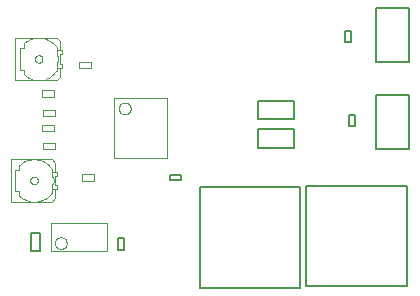
<source format=gbr>
%FSTAX23Y23*%
%MOIN*%
%SFA1B1*%

%IPPOS*%
%ADD11C,0.007874*%
%ADD43C,0.003937*%
%LNmtr_dvr_pcb_top_3d_body-1*%
%LPD*%
G54D11*
X04852Y02427D02*
Y02762D01*
X05187*
Y02427D02*
Y02762D01*
X04852Y02427D02*
X05187D01*
X04497Y02422D02*
Y02757D01*
X04832*
Y02422D02*
Y02757D01*
X04497Y02422D02*
X04832D01*
X03965Y02543D02*
Y02606D01*
X03934Y02543D02*
X03965D01*
X03934D02*
Y02606D01*
X03965*
X04244Y02548D02*
Y02588D01*
X04225Y02548D02*
X04244D01*
X04225D02*
Y02588D01*
X04244*
X04396Y0278D02*
Y02799D01*
Y0278D02*
X04435D01*
Y02799*
X04396D02*
X04435D01*
X04689Y02889D02*
Y0295D01*
Y02889D02*
X0481D01*
Y0295*
X04689D02*
X0481D01*
X04689Y02984D02*
Y03045D01*
Y02984D02*
X0481D01*
Y03045*
X04689D02*
X0481D01*
X05194Y03174D02*
Y03355D01*
X05085Y03174D02*
X05194D01*
X05085D02*
Y03355D01*
X05194*
X04999Y0324D02*
Y03279D01*
X0498Y0324D02*
X04999D01*
X0498D02*
Y03279D01*
X04999*
X05194Y02884D02*
Y03065D01*
X05085Y02884D02*
X05194D01*
X05085D02*
Y03065D01*
X05194*
X05014Y0296D02*
Y02999D01*
X04995Y0296D02*
X05014D01*
X04995D02*
Y02999D01*
X05014*
G54D43*
X03895Y02729D02*
D01*
X03899Y02725*
X03903Y02722*
X03907Y02719*
X03911Y02717*
X03916Y02715*
X0392Y02713*
X03925Y02711*
X0393Y0271*
X03935Y02709*
X0394Y02709*
X03945Y02709*
X03949Y02709*
X03954Y02709*
X03959Y0271*
X03964Y02711*
X03969Y02713*
X03973Y02715*
X03978Y02717*
X03982Y02719*
X03986Y02722*
X0399Y02725*
X03994Y02729*
X03997Y02732*
X04Y02736*
X04003Y0274*
X04004Y02741*
Y02766D02*
D01*
X04005Y02767*
X04006Y02768*
X04007Y02769*
X04007Y0277*
X04008Y02771*
X04009Y02773*
X04009Y02774*
X04009Y02775*
X0401Y02776*
X0401Y02778*
X0401Y02779*
X0401Y02781*
X0401Y02782*
X04009Y02783*
X04009Y02785*
X04009Y02786*
X04008Y02787*
X04008Y02788*
X04007Y0279*
X04006Y02791*
X04005Y02792*
X04005Y02793*
X04004Y02793*
X03945Y02767D02*
D01*
X03945Y02767*
X03946Y02767*
X03947Y02767*
X03948Y02767*
X03949Y02768*
X0395Y02768*
X0395Y02768*
X03951Y02769*
X03952Y02769*
X03953Y0277*
X03953Y02771*
X03954Y02771*
X03954Y02772*
X03955Y02773*
X03955Y02773*
X03956Y02774*
X03956Y02775*
X03956Y02776*
X03957Y02776*
X03957Y02777*
X03957Y02778*
X03957Y02779*
Y0278*
X03957Y02781*
X03957Y02782*
X03957Y02783*
X03956Y02783*
X03956Y02784*
X03956Y02785*
X03955Y02786*
X03955Y02786*
X03954Y02787*
X03954Y02788*
X03953Y02788*
X03953Y02789*
X03952Y0279*
X03951Y0279*
X0395Y02791*
X0395Y02791*
X03949Y02791*
X03948Y02792*
X03947Y02792*
X03946Y02792*
X03945Y02792*
X03945Y02792*
D01*
X03944Y02792*
X03943Y02792*
X03942Y02792*
X03941Y02792*
X0394Y02791*
X03939Y02791*
X03939Y02791*
X03938Y0279*
X03937Y0279*
X03936Y02789*
X03936Y02788*
X03935Y02788*
X03935Y02787*
X03934Y02786*
X03934Y02786*
X03933Y02785*
X03933Y02784*
X03933Y02783*
X03932Y02783*
X03932Y02782*
X03932Y02781*
X03932Y0278*
Y02779*
X03932Y02778*
X03932Y02777*
X03932Y02776*
X03933Y02776*
X03933Y02775*
X03933Y02774*
X03934Y02773*
X03934Y02773*
X03935Y02772*
X03935Y02771*
X03936Y02771*
X03936Y0277*
X03937Y02769*
X03938Y02769*
X03939Y02768*
X03939Y02768*
X0394Y02768*
X03941Y02767*
X03942Y02767*
X03943Y02767*
X03944Y02767*
X03945Y02767*
X04004Y02818D02*
D01*
X04001Y02822*
X03998Y02826*
X03995Y02829*
X03991Y02833*
X03987Y02836*
X03983Y02839*
X03979Y02841*
X03975Y02844*
X0397Y02846*
X03966Y02847*
X03961Y02848*
X03956Y02849*
X03951Y0285*
X03946Y0285*
X03941Y0285*
X03936Y0285*
X03931Y02849*
X03927Y02848*
X03922Y02847*
X03917Y02845*
X03913Y02843*
X03908Y0284*
X03904Y02838*
X039Y02835*
X03896Y02832*
X03895Y0283*
X04053Y02571D02*
D01*
X04053Y02572*
X04053Y02573*
X04053Y02575*
X04052Y02576*
X04052Y02577*
X04051Y02579*
X04051Y0258*
X0405Y02581*
X04049Y02582*
X04049Y02583*
X04048Y02584*
X04047Y02585*
X04046Y02586*
X04044Y02587*
X04043Y02588*
X04042Y02588*
X04041Y02589*
X0404Y02589*
X04038Y0259*
X04037Y0259*
X04035Y0259*
X04034Y0259*
X04033*
X04031Y0259*
X0403Y0259*
X04029Y0259*
X04027Y02589*
X04026Y02589*
X04025Y02588*
X04024Y02588*
X04022Y02587*
X04021Y02586*
X0402Y02585*
X04019Y02584*
X04018Y02583*
X04018Y02582*
X04017Y02581*
X04016Y0258*
X04015Y02579*
X04015Y02577*
X04015Y02576*
X04014Y02575*
X04014Y02573*
X04014Y02572*
X04014Y02571*
X04014Y02569*
X04014Y02568*
X04014Y02567*
X04015Y02565*
X04015Y02564*
X04015Y02563*
X04016Y02561*
X04017Y0256*
X04018Y02559*
X04018Y02558*
X04019Y02557*
X0402Y02556*
X04021Y02555*
X04022Y02554*
X04024Y02554*
X04025Y02553*
X04026Y02552*
X04027Y02552*
X04029Y02552*
X0403Y02551*
X04031Y02551*
X04033Y02551*
X04034*
X04035Y02551*
X04037Y02551*
X04038Y02552*
X0404Y02552*
X04041Y02552*
X04042Y02553*
X04043Y02554*
X04044Y02554*
X04046Y02555*
X04047Y02556*
X04048Y02557*
X04049Y02558*
X04049Y02559*
X0405Y0256*
X04051Y02561*
X04051Y02563*
X04052Y02564*
X04052Y02565*
X04053Y02567*
X04053Y02568*
X04053Y02569*
X04053Y02571*
X0391Y03134D02*
D01*
X03914Y0313*
X03918Y03127*
X03922Y03124*
X03926Y03122*
X03931Y0312*
X03935Y03118*
X0394Y03116*
X03945Y03115*
X0395Y03114*
X03955Y03114*
X0396Y03114*
X03964Y03114*
X03969Y03114*
X03974Y03115*
X03979Y03116*
X03984Y03118*
X03988Y0312*
X03993Y03122*
X03997Y03124*
X04001Y03127*
X04005Y0313*
X04009Y03134*
X04012Y03137*
X04015Y03141*
X04018Y03145*
X04019Y03146*
Y03171D02*
D01*
X0402Y03172*
X04021Y03173*
X04022Y03174*
X04022Y03175*
X04023Y03176*
X04024Y03178*
X04024Y03179*
X04024Y0318*
X04025Y03181*
X04025Y03183*
X04025Y03184*
X04025Y03186*
X04025Y03187*
X04024Y03188*
X04024Y0319*
X04024Y03191*
X04023Y03192*
X04023Y03193*
X04022Y03195*
X04021Y03196*
X0402Y03197*
X0402Y03198*
X04019Y03198*
X0396Y03172D02*
D01*
X0396Y03172*
X03961Y03172*
X03962Y03172*
X03963Y03172*
X03964Y03173*
X03965Y03173*
X03965Y03173*
X03966Y03174*
X03967Y03174*
X03968Y03175*
X03968Y03176*
X03969Y03176*
X03969Y03177*
X0397Y03178*
X0397Y03178*
X03971Y03179*
X03971Y0318*
X03971Y03181*
X03972Y03181*
X03972Y03182*
X03972Y03183*
X03972Y03184*
Y03185*
X03972Y03186*
X03972Y03187*
X03972Y03188*
X03971Y03188*
X03971Y03189*
X03971Y0319*
X0397Y03191*
X0397Y03191*
X03969Y03192*
X03969Y03193*
X03968Y03193*
X03968Y03194*
X03967Y03195*
X03966Y03195*
X03965Y03196*
X03965Y03196*
X03964Y03196*
X03963Y03197*
X03962Y03197*
X03961Y03197*
X0396Y03197*
X0396Y03197*
D01*
X03959Y03197*
X03958Y03197*
X03957Y03197*
X03956Y03197*
X03955Y03196*
X03954Y03196*
X03954Y03196*
X03953Y03195*
X03952Y03195*
X03951Y03194*
X03951Y03193*
X0395Y03193*
X0395Y03192*
X03949Y03191*
X03949Y03191*
X03948Y0319*
X03948Y03189*
X03948Y03188*
X03947Y03188*
X03947Y03187*
X03947Y03186*
X03947Y03185*
Y03184*
X03947Y03183*
X03947Y03182*
X03947Y03181*
X03948Y03181*
X03948Y0318*
X03948Y03179*
X03949Y03178*
X03949Y03178*
X0395Y03177*
X0395Y03176*
X03951Y03176*
X03951Y03175*
X03952Y03174*
X03953Y03174*
X03954Y03173*
X03954Y03173*
X03955Y03173*
X03956Y03172*
X03957Y03172*
X03958Y03172*
X03959Y03172*
X0396Y03172*
X04019Y03223D02*
D01*
X04016Y03227*
X04013Y03231*
X0401Y03234*
X04006Y03238*
X04002Y03241*
X03998Y03244*
X03994Y03246*
X0399Y03249*
X03985Y03251*
X03981Y03252*
X03976Y03253*
X03971Y03254*
X03966Y03255*
X03961Y03255*
X03956Y03255*
X03951Y03255*
X03946Y03254*
X03942Y03253*
X03937Y03252*
X03932Y0325*
X03928Y03248*
X03923Y03245*
X03919Y03243*
X03915Y0324*
X03911Y03237*
X0391Y03235*
X04266Y03019D02*
D01*
X04266Y03021*
X04266Y03022*
X04266Y03024*
X04265Y03025*
X04265Y03026*
X04264Y03027*
X04264Y03029*
X04263Y0303*
X04262Y03031*
X04261Y03032*
X04261Y03033*
X0426Y03034*
X04258Y03035*
X04257Y03036*
X04256Y03037*
X04255Y03037*
X04254Y03038*
X04252Y03038*
X04251Y03039*
X0425Y03039*
X04248Y03039*
X04247Y03039*
X04246*
X04244Y03039*
X04243Y03039*
X04242Y03039*
X0424Y03038*
X04239Y03038*
X04238Y03037*
X04237Y03037*
X04235Y03036*
X04234Y03035*
X04233Y03034*
X04232Y03033*
X04231Y03032*
X0423Y03031*
X0423Y0303*
X04229Y03029*
X04228Y03027*
X04228Y03026*
X04227Y03025*
X04227Y03024*
X04227Y03022*
X04227Y03021*
X04227Y03019*
X04227Y03018*
X04227Y03017*
X04227Y03015*
X04227Y03014*
X04228Y03013*
X04228Y03011*
X04229Y0301*
X0423Y03009*
X0423Y03008*
X04231Y03007*
X04232Y03006*
X04233Y03005*
X04234Y03004*
X04235Y03003*
X04237Y03002*
X04238Y03002*
X04239Y03001*
X0424Y03001*
X04242Y03*
X04243Y03*
X04244Y03*
X04246Y03*
X04247*
X04248Y03*
X0425Y03*
X04251Y03*
X04252Y03001*
X04254Y03001*
X04255Y03002*
X04256Y03002*
X04257Y03003*
X04258Y03004*
X0426Y03005*
X04261Y03006*
X04261Y03007*
X04262Y03008*
X04263Y03009*
X04264Y0301*
X04264Y03011*
X04265Y03013*
X04265Y03014*
X04266Y03015*
X04266Y03017*
X04266Y03018*
X04266Y03019*
X04015Y02809D02*
Y02839D01*
Y0272D02*
Y0275D01*
X04004Y02709D02*
X04015Y0272D01*
X04004Y02751D02*
X04021D01*
X03882Y02815D02*
X03895D01*
X03882Y02744D02*
Y02815D01*
X04004Y02741D02*
Y02766D01*
X04015Y02763D02*
Y02796D01*
X03866Y02709D02*
X04004D01*
X04021Y02751D02*
Y02763D01*
X04004Y02808D02*
X04021D01*
X04015Y02763D02*
X04021D01*
X04004Y0285D02*
X04015Y02839D01*
X03895Y02729D02*
Y02744D01*
X03882D02*
X03895D01*
X04021Y02796D02*
Y02808D01*
X04015Y02796D02*
X04021D01*
X03895Y02815D02*
Y0283D01*
X04004Y02793D02*
Y02818D01*
X03866Y02709D02*
Y0285D01*
X04004D01*
X04Y02543D02*
X04186D01*
X04Y02637D02*
X04186D01*
X04Y02543D02*
Y02637D01*
X04186Y02543D02*
Y02637D01*
X0403Y03214D02*
Y03244D01*
Y03125D02*
Y03155D01*
X04019Y03114D02*
X0403Y03125D01*
X04019Y03156D02*
X04036D01*
X03897Y0322D02*
X0391D01*
X03897Y03149D02*
Y0322D01*
X04019Y03146D02*
Y03171D01*
X0403Y03168D02*
Y03201D01*
X03881Y03114D02*
X04019D01*
X04036Y03156D02*
Y03168D01*
X04019Y03213D02*
X04036D01*
X0403Y03168D02*
X04036D01*
X04019Y03255D02*
X0403Y03244D01*
X0391Y03134D02*
Y03149D01*
X03897D02*
X0391D01*
X04036Y03201D02*
Y03213D01*
X0403Y03201D02*
X04036D01*
X0391Y0322D02*
Y03235D01*
X04019Y03198D02*
Y03223D01*
X03881Y03114D02*
Y03255D01*
X04019D01*
X04211Y02854D02*
Y03055D01*
X04388Y02854D02*
Y03055D01*
X04211D02*
X04388D01*
X04211Y02854D02*
X04388D01*
X03974Y02884D02*
Y02905D01*
X04015Y02884D02*
Y02905D01*
X03974D02*
X04015D01*
X03974Y02884D02*
X04015D01*
X03969Y02944D02*
Y02965D01*
X0401Y02944D02*
Y02965D01*
X03969D02*
X0401D01*
X03969Y02944D02*
X0401D01*
X04093Y03175D02*
X04134D01*
X04093Y03154D02*
X04134D01*
X04093D02*
Y03175D01*
X04134Y03154D02*
Y03175D01*
X04104Y028D02*
X04145D01*
X04104Y02779D02*
X04145D01*
X04104D02*
Y028D01*
X04145Y02779D02*
Y028D01*
X03969Y03059D02*
Y0308D01*
X0401Y03059D02*
Y0308D01*
X03969D02*
X0401D01*
X03969Y03059D02*
X0401D01*
X03974Y02994D02*
Y03015D01*
X04015Y02994D02*
Y03015D01*
X03974D02*
X04015D01*
X03974Y02994D02*
X04015D01*
M02*
</source>
